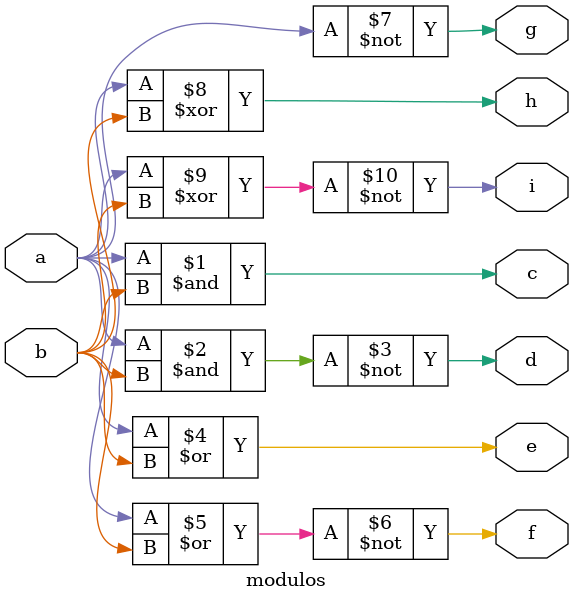
<source format=v>

module modulos(
 
	//Entradas
	input a,
	input b,
	
	//AND
	output c,

	//NAND
	output d,
	
	//OR
	output e,
	
	//NOR
	output f,
	
	//NOT
	output g,
	
	//XOR
	output h,
	
	//XNOR
	output i
	
	);

//AND
assign c = a & b;

//NAND
assign d = ~(a & b);

//OR
assign e = a | b;

//NOR
assign f = ~(a | b);

//NOT
assign g = ~a;

//XOR
assign h = a ^ b;

//XNOR
assign i = ~(a ^ b);


endmodule


</source>
